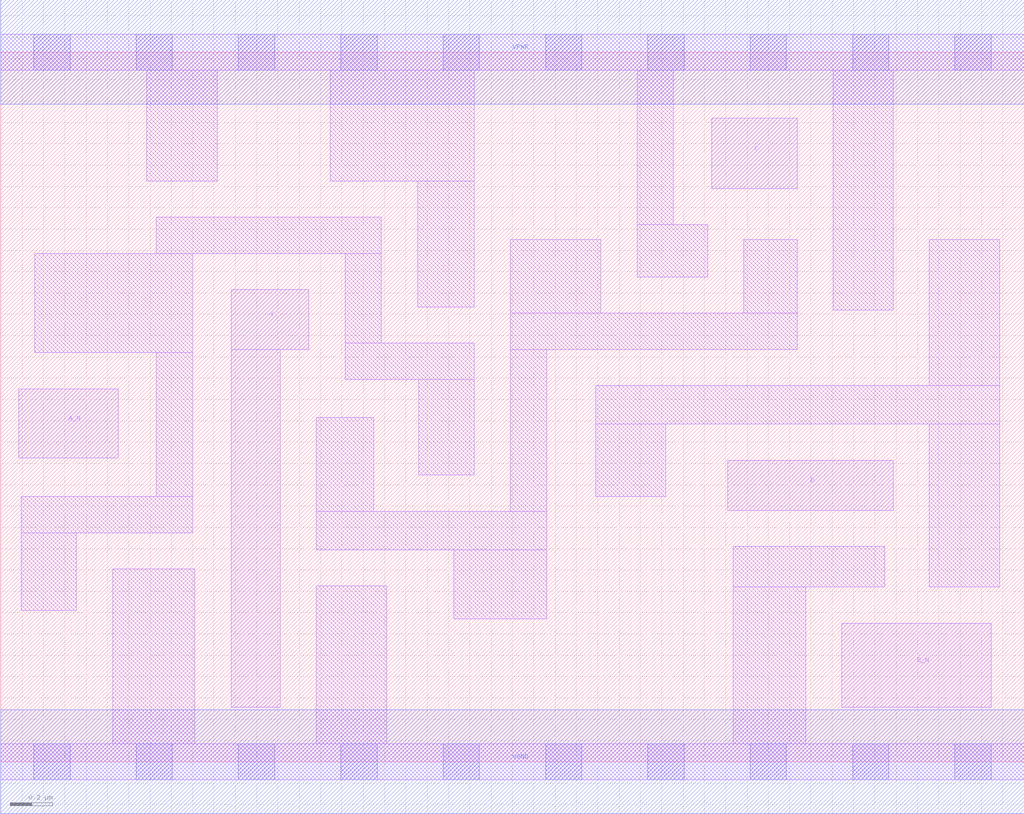
<source format=lef>
# Copyright 2020 The SkyWater PDK Authors
#
# Licensed under the Apache License, Version 2.0 (the "License");
# you may not use this file except in compliance with the License.
# You may obtain a copy of the License at
#
#     https://www.apache.org/licenses/LICENSE-2.0
#
# Unless required by applicable law or agreed to in writing, software
# distributed under the License is distributed on an "AS IS" BASIS,
# WITHOUT WARRANTIES OR CONDITIONS OF ANY KIND, either express or implied.
# See the License for the specific language governing permissions and
# limitations under the License.
#
# SPDX-License-Identifier: Apache-2.0

VERSION 5.7 ;
  NOWIREEXTENSIONATPIN ON ;
  DIVIDERCHAR "/" ;
  BUSBITCHARS "[]" ;
UNITS
  DATABASE MICRONS 200 ;
END UNITS
MACRO sky130_fd_sc_lp__and4bb_2
  CLASS CORE ;
  FOREIGN sky130_fd_sc_lp__and4bb_2 ;
  ORIGIN  0.000000  0.000000 ;
  SIZE  4.800000 BY  3.330000 ;
  SYMMETRY X Y R90 ;
  SITE unit ;
  PIN A_N
    ANTENNAGATEAREA  0.126000 ;
    DIRECTION INPUT ;
    USE SIGNAL ;
    PORT
      LAYER li1 ;
        RECT 0.085000 1.425000 0.550000 1.750000 ;
    END
  END A_N
  PIN B_N
    ANTENNAGATEAREA  0.126000 ;
    DIRECTION INPUT ;
    USE SIGNAL ;
    PORT
      LAYER li1 ;
        RECT 3.945000 0.255000 4.645000 0.650000 ;
    END
  END B_N
  PIN C
    ANTENNAGATEAREA  0.126000 ;
    DIRECTION INPUT ;
    USE SIGNAL ;
    PORT
      LAYER li1 ;
        RECT 3.335000 2.690000 3.735000 3.020000 ;
    END
  END C
  PIN D
    ANTENNAGATEAREA  0.126000 ;
    DIRECTION INPUT ;
    USE SIGNAL ;
    PORT
      LAYER li1 ;
        RECT 3.410000 1.180000 4.185000 1.415000 ;
    END
  END D
  PIN X
    ANTENNADIFFAREA  0.588000 ;
    DIRECTION OUTPUT ;
    USE SIGNAL ;
    PORT
      LAYER li1 ;
        RECT 1.080000 0.255000 1.310000 1.935000 ;
        RECT 1.080000 1.935000 1.445000 2.215000 ;
    END
  END X
  PIN VGND
    DIRECTION INOUT ;
    USE GROUND ;
    PORT
      LAYER met1 ;
        RECT 0.000000 -0.245000 4.800000 0.245000 ;
    END
  END VGND
  PIN VPWR
    DIRECTION INOUT ;
    USE POWER ;
    PORT
      LAYER met1 ;
        RECT 0.000000 3.085000 4.800000 3.575000 ;
    END
  END VPWR
  OBS
    LAYER li1 ;
      RECT 0.000000 -0.085000 4.800000 0.085000 ;
      RECT 0.000000  3.245000 4.800000 3.415000 ;
      RECT 0.095000  0.710000 0.355000 1.075000 ;
      RECT 0.095000  1.075000 0.900000 1.245000 ;
      RECT 0.160000  1.920000 0.900000 2.385000 ;
      RECT 0.525000  0.085000 0.910000 0.905000 ;
      RECT 0.685000  2.725000 1.015000 3.245000 ;
      RECT 0.730000  1.245000 0.900000 1.920000 ;
      RECT 0.730000  2.385000 1.785000 2.555000 ;
      RECT 1.480000  0.085000 1.810000 0.825000 ;
      RECT 1.480000  0.995000 2.560000 1.175000 ;
      RECT 1.480000  1.175000 1.750000 1.615000 ;
      RECT 1.545000  2.725000 2.220000 3.245000 ;
      RECT 1.615000  1.795000 2.220000 1.965000 ;
      RECT 1.615000  1.965000 1.785000 2.385000 ;
      RECT 1.955000  2.135000 2.220000 2.725000 ;
      RECT 1.960000  1.345000 2.220000 1.795000 ;
      RECT 2.125000  0.670000 2.560000 0.995000 ;
      RECT 2.390000  1.175000 2.560000 1.935000 ;
      RECT 2.390000  1.935000 3.735000 2.105000 ;
      RECT 2.390000  2.105000 2.815000 2.450000 ;
      RECT 2.790000  1.245000 3.120000 1.585000 ;
      RECT 2.790000  1.585000 4.685000 1.765000 ;
      RECT 2.985000  2.275000 3.315000 2.520000 ;
      RECT 2.985000  2.520000 3.155000 3.245000 ;
      RECT 3.435000  0.085000 3.775000 0.820000 ;
      RECT 3.435000  0.820000 4.145000 1.010000 ;
      RECT 3.485000  2.105000 3.735000 2.450000 ;
      RECT 3.905000  2.120000 4.185000 3.245000 ;
      RECT 4.355000  0.820000 4.685000 1.585000 ;
      RECT 4.355000  1.765000 4.685000 2.450000 ;
    LAYER mcon ;
      RECT 0.155000 -0.085000 0.325000 0.085000 ;
      RECT 0.155000  3.245000 0.325000 3.415000 ;
      RECT 0.635000 -0.085000 0.805000 0.085000 ;
      RECT 0.635000  3.245000 0.805000 3.415000 ;
      RECT 1.115000 -0.085000 1.285000 0.085000 ;
      RECT 1.115000  3.245000 1.285000 3.415000 ;
      RECT 1.595000 -0.085000 1.765000 0.085000 ;
      RECT 1.595000  3.245000 1.765000 3.415000 ;
      RECT 2.075000 -0.085000 2.245000 0.085000 ;
      RECT 2.075000  3.245000 2.245000 3.415000 ;
      RECT 2.555000 -0.085000 2.725000 0.085000 ;
      RECT 2.555000  3.245000 2.725000 3.415000 ;
      RECT 3.035000 -0.085000 3.205000 0.085000 ;
      RECT 3.035000  3.245000 3.205000 3.415000 ;
      RECT 3.515000 -0.085000 3.685000 0.085000 ;
      RECT 3.515000  3.245000 3.685000 3.415000 ;
      RECT 3.995000 -0.085000 4.165000 0.085000 ;
      RECT 3.995000  3.245000 4.165000 3.415000 ;
      RECT 4.475000 -0.085000 4.645000 0.085000 ;
      RECT 4.475000  3.245000 4.645000 3.415000 ;
  END
END sky130_fd_sc_lp__and4bb_2
END LIBRARY

</source>
